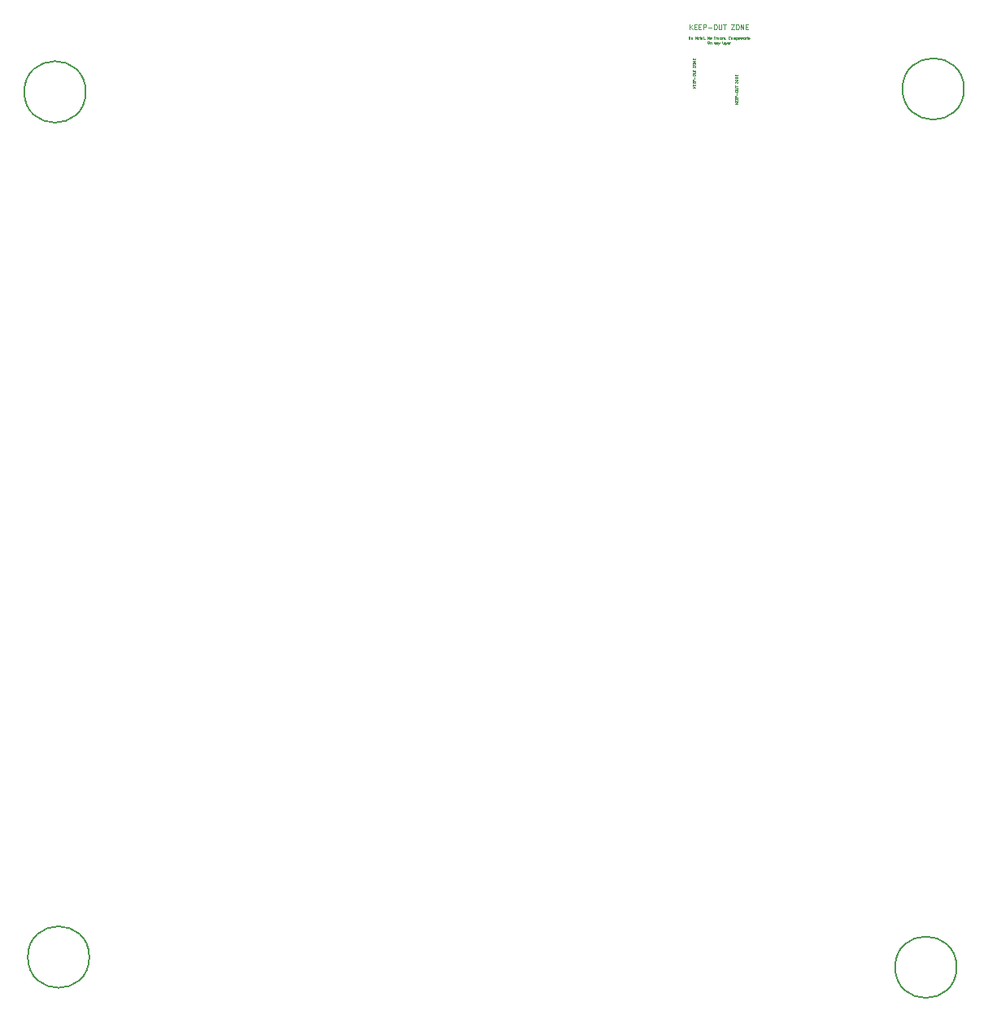
<source format=gbr>
G04 #@! TF.GenerationSoftware,KiCad,Pcbnew,(5.1.4)-1*
G04 #@! TF.CreationDate,2020-12-23T09:12:06-05:00*
G04 #@! TF.ProjectId,CameraTriggerR3SMD,43616d65-7261-4547-9269-676765725233,rev?*
G04 #@! TF.SameCoordinates,Original*
G04 #@! TF.FileFunction,Other,Comment*
%FSLAX46Y46*%
G04 Gerber Fmt 4.6, Leading zero omitted, Abs format (unit mm)*
G04 Created by KiCad (PCBNEW (5.1.4)-1) date 2020-12-23 09:12:06*
%MOMM*%
%LPD*%
G04 APERTURE LIST*
%ADD10C,0.150000*%
%ADD11C,0.100000*%
%ADD12C,0.050000*%
G04 APERTURE END LIST*
D10*
X8610200Y-94112080D02*
G75*
G03X8610200Y-94112080I-3200000J0D01*
G01*
X8239360Y-3962400D02*
G75*
G03X8239360Y-3962400I-3200000J0D01*
G01*
X99679360Y-3652520D02*
G75*
G03X99679360Y-3652520I-3200000J0D01*
G01*
X98912280Y-95168720D02*
G75*
G03X98912280Y-95168720I-3200000J0D01*
G01*
D11*
X71122125Y2557689D02*
X71122125Y3057689D01*
X71407840Y2557689D02*
X71193554Y2843403D01*
X71407840Y3057689D02*
X71122125Y2771975D01*
X71622125Y2819594D02*
X71788792Y2819594D01*
X71860220Y2557689D02*
X71622125Y2557689D01*
X71622125Y3057689D01*
X71860220Y3057689D01*
X72074506Y2819594D02*
X72241173Y2819594D01*
X72312601Y2557689D02*
X72074506Y2557689D01*
X72074506Y3057689D01*
X72312601Y3057689D01*
X72526887Y2557689D02*
X72526887Y3057689D01*
X72717363Y3057689D01*
X72764982Y3033880D01*
X72788792Y3010070D01*
X72812601Y2962451D01*
X72812601Y2891022D01*
X72788792Y2843403D01*
X72764982Y2819594D01*
X72717363Y2795784D01*
X72526887Y2795784D01*
X73026887Y2748165D02*
X73407840Y2748165D01*
X73741173Y3057689D02*
X73836411Y3057689D01*
X73884030Y3033880D01*
X73931649Y2986260D01*
X73955459Y2891022D01*
X73955459Y2724356D01*
X73931649Y2629118D01*
X73884030Y2581499D01*
X73836411Y2557689D01*
X73741173Y2557689D01*
X73693554Y2581499D01*
X73645935Y2629118D01*
X73622125Y2724356D01*
X73622125Y2891022D01*
X73645935Y2986260D01*
X73693554Y3033880D01*
X73741173Y3057689D01*
X74169744Y3057689D02*
X74169744Y2652927D01*
X74193554Y2605308D01*
X74217363Y2581499D01*
X74264982Y2557689D01*
X74360220Y2557689D01*
X74407840Y2581499D01*
X74431649Y2605308D01*
X74455459Y2652927D01*
X74455459Y3057689D01*
X74622125Y3057689D02*
X74907840Y3057689D01*
X74764982Y2557689D02*
X74764982Y3057689D01*
X75407840Y3057689D02*
X75741173Y3057689D01*
X75407840Y2557689D01*
X75741173Y2557689D01*
X76026887Y3057689D02*
X76122125Y3057689D01*
X76169744Y3033880D01*
X76217363Y2986260D01*
X76241173Y2891022D01*
X76241173Y2724356D01*
X76217363Y2629118D01*
X76169744Y2581499D01*
X76122125Y2557689D01*
X76026887Y2557689D01*
X75979268Y2581499D01*
X75931649Y2629118D01*
X75907840Y2724356D01*
X75907840Y2891022D01*
X75931649Y2986260D01*
X75979268Y3033880D01*
X76026887Y3057689D01*
X76455459Y2557689D02*
X76455459Y3057689D01*
X76741173Y2557689D01*
X76741173Y3057689D01*
X76979268Y2819594D02*
X77145935Y2819594D01*
X77217363Y2557689D02*
X76979268Y2557689D01*
X76979268Y3057689D01*
X77217363Y3057689D01*
D12*
X71695935Y-3533977D02*
X71445935Y-3533977D01*
X71695935Y-3391120D02*
X71553078Y-3498262D01*
X71445935Y-3391120D02*
X71588792Y-3533977D01*
X71564982Y-3283977D02*
X71564982Y-3200643D01*
X71695935Y-3164929D02*
X71695935Y-3283977D01*
X71445935Y-3283977D01*
X71445935Y-3164929D01*
X71564982Y-3057786D02*
X71564982Y-2974453D01*
X71695935Y-2938739D02*
X71695935Y-3057786D01*
X71445935Y-3057786D01*
X71445935Y-2938739D01*
X71695935Y-2831596D02*
X71445935Y-2831596D01*
X71445935Y-2736358D01*
X71457840Y-2712548D01*
X71469744Y-2700643D01*
X71493554Y-2688739D01*
X71529268Y-2688739D01*
X71553078Y-2700643D01*
X71564982Y-2712548D01*
X71576887Y-2736358D01*
X71576887Y-2831596D01*
X71600697Y-2581596D02*
X71600697Y-2391120D01*
X71445935Y-2224453D02*
X71445935Y-2176834D01*
X71457840Y-2153024D01*
X71481649Y-2129215D01*
X71529268Y-2117310D01*
X71612601Y-2117310D01*
X71660220Y-2129215D01*
X71684030Y-2153024D01*
X71695935Y-2176834D01*
X71695935Y-2224453D01*
X71684030Y-2248262D01*
X71660220Y-2272072D01*
X71612601Y-2283977D01*
X71529268Y-2283977D01*
X71481649Y-2272072D01*
X71457840Y-2248262D01*
X71445935Y-2224453D01*
X71445935Y-2010167D02*
X71648316Y-2010167D01*
X71672125Y-1998262D01*
X71684030Y-1986358D01*
X71695935Y-1962548D01*
X71695935Y-1914929D01*
X71684030Y-1891120D01*
X71672125Y-1879215D01*
X71648316Y-1867310D01*
X71445935Y-1867310D01*
X71445935Y-1783977D02*
X71445935Y-1641120D01*
X71695935Y-1712548D02*
X71445935Y-1712548D01*
X71445935Y-1391120D02*
X71445935Y-1224453D01*
X71695935Y-1391120D01*
X71695935Y-1224453D01*
X71445935Y-1081596D02*
X71445935Y-1033977D01*
X71457840Y-1010167D01*
X71481649Y-986358D01*
X71529268Y-974453D01*
X71612601Y-974453D01*
X71660220Y-986358D01*
X71684030Y-1010167D01*
X71695935Y-1033977D01*
X71695935Y-1081596D01*
X71684030Y-1105405D01*
X71660220Y-1129215D01*
X71612601Y-1141120D01*
X71529268Y-1141120D01*
X71481649Y-1129215D01*
X71457840Y-1105405D01*
X71445935Y-1081596D01*
X71695935Y-867310D02*
X71445935Y-867310D01*
X71695935Y-724453D01*
X71445935Y-724453D01*
X71564982Y-605405D02*
X71564982Y-522072D01*
X71695935Y-486358D02*
X71695935Y-605405D01*
X71445935Y-605405D01*
X71445935Y-486358D01*
X76095935Y-5208977D02*
X75845935Y-5208977D01*
X76095935Y-5066120D02*
X75953078Y-5173262D01*
X75845935Y-5066120D02*
X75988792Y-5208977D01*
X75964982Y-4958977D02*
X75964982Y-4875643D01*
X76095935Y-4839929D02*
X76095935Y-4958977D01*
X75845935Y-4958977D01*
X75845935Y-4839929D01*
X75964982Y-4732786D02*
X75964982Y-4649453D01*
X76095935Y-4613739D02*
X76095935Y-4732786D01*
X75845935Y-4732786D01*
X75845935Y-4613739D01*
X76095935Y-4506596D02*
X75845935Y-4506596D01*
X75845935Y-4411358D01*
X75857840Y-4387548D01*
X75869744Y-4375643D01*
X75893554Y-4363739D01*
X75929268Y-4363739D01*
X75953078Y-4375643D01*
X75964982Y-4387548D01*
X75976887Y-4411358D01*
X75976887Y-4506596D01*
X76000697Y-4256596D02*
X76000697Y-4066120D01*
X75845935Y-3899453D02*
X75845935Y-3851834D01*
X75857840Y-3828024D01*
X75881649Y-3804215D01*
X75929268Y-3792310D01*
X76012601Y-3792310D01*
X76060220Y-3804215D01*
X76084030Y-3828024D01*
X76095935Y-3851834D01*
X76095935Y-3899453D01*
X76084030Y-3923262D01*
X76060220Y-3947072D01*
X76012601Y-3958977D01*
X75929268Y-3958977D01*
X75881649Y-3947072D01*
X75857840Y-3923262D01*
X75845935Y-3899453D01*
X75845935Y-3685167D02*
X76048316Y-3685167D01*
X76072125Y-3673262D01*
X76084030Y-3661358D01*
X76095935Y-3637548D01*
X76095935Y-3589929D01*
X76084030Y-3566120D01*
X76072125Y-3554215D01*
X76048316Y-3542310D01*
X75845935Y-3542310D01*
X75845935Y-3458977D02*
X75845935Y-3316120D01*
X76095935Y-3387548D02*
X75845935Y-3387548D01*
X75845935Y-3066120D02*
X75845935Y-2899453D01*
X76095935Y-3066120D01*
X76095935Y-2899453D01*
X75845935Y-2756596D02*
X75845935Y-2708977D01*
X75857840Y-2685167D01*
X75881649Y-2661358D01*
X75929268Y-2649453D01*
X76012601Y-2649453D01*
X76060220Y-2661358D01*
X76084030Y-2685167D01*
X76095935Y-2708977D01*
X76095935Y-2756596D01*
X76084030Y-2780405D01*
X76060220Y-2804215D01*
X76012601Y-2816120D01*
X75929268Y-2816120D01*
X75881649Y-2804215D01*
X75857840Y-2780405D01*
X75845935Y-2756596D01*
X76095935Y-2542310D02*
X75845935Y-2542310D01*
X76095935Y-2399453D01*
X75845935Y-2399453D01*
X75964982Y-2280405D02*
X75964982Y-2197072D01*
X76095935Y-2161358D02*
X76095935Y-2280405D01*
X75845935Y-2280405D01*
X75845935Y-2161358D01*
X70991173Y1570784D02*
X70991173Y1820784D01*
X71134030Y1570784D01*
X71134030Y1820784D01*
X71288792Y1570784D02*
X71264982Y1582689D01*
X71253078Y1594594D01*
X71241173Y1618403D01*
X71241173Y1689832D01*
X71253078Y1713641D01*
X71264982Y1725546D01*
X71288792Y1737451D01*
X71324506Y1737451D01*
X71348316Y1725546D01*
X71360220Y1713641D01*
X71372125Y1689832D01*
X71372125Y1618403D01*
X71360220Y1594594D01*
X71348316Y1582689D01*
X71324506Y1570784D01*
X71288792Y1570784D01*
X71669744Y1570784D02*
X71669744Y1820784D01*
X71753078Y1642213D01*
X71836411Y1820784D01*
X71836411Y1570784D01*
X72050697Y1582689D02*
X72026887Y1570784D01*
X71979268Y1570784D01*
X71955459Y1582689D01*
X71943554Y1606499D01*
X71943554Y1701737D01*
X71955459Y1725546D01*
X71979268Y1737451D01*
X72026887Y1737451D01*
X72050697Y1725546D01*
X72062601Y1701737D01*
X72062601Y1677927D01*
X71943554Y1654118D01*
X72134030Y1737451D02*
X72229268Y1737451D01*
X72169744Y1820784D02*
X72169744Y1606499D01*
X72181649Y1582689D01*
X72205459Y1570784D01*
X72229268Y1570784D01*
X72419744Y1570784D02*
X72419744Y1701737D01*
X72407840Y1725546D01*
X72384030Y1737451D01*
X72336411Y1737451D01*
X72312601Y1725546D01*
X72419744Y1582689D02*
X72395935Y1570784D01*
X72336411Y1570784D01*
X72312601Y1582689D01*
X72300697Y1606499D01*
X72300697Y1630308D01*
X72312601Y1654118D01*
X72336411Y1666022D01*
X72395935Y1666022D01*
X72419744Y1677927D01*
X72574506Y1570784D02*
X72550697Y1582689D01*
X72538792Y1606499D01*
X72538792Y1820784D01*
X72681649Y1582689D02*
X72681649Y1570784D01*
X72669744Y1546975D01*
X72657840Y1535070D01*
X72979268Y1570784D02*
X72979268Y1820784D01*
X73122125Y1570784D01*
X73122125Y1820784D01*
X73276887Y1570784D02*
X73253078Y1582689D01*
X73241173Y1594594D01*
X73229268Y1618403D01*
X73229268Y1689832D01*
X73241173Y1713641D01*
X73253078Y1725546D01*
X73276887Y1737451D01*
X73312601Y1737451D01*
X73336411Y1725546D01*
X73348316Y1713641D01*
X73360220Y1689832D01*
X73360220Y1618403D01*
X73348316Y1594594D01*
X73336411Y1582689D01*
X73312601Y1570784D01*
X73276887Y1570784D01*
X73622125Y1820784D02*
X73764982Y1820784D01*
X73693554Y1570784D02*
X73693554Y1820784D01*
X73848316Y1570784D02*
X73848316Y1737451D01*
X73848316Y1689832D02*
X73860220Y1713641D01*
X73872125Y1725546D01*
X73895935Y1737451D01*
X73919744Y1737451D01*
X74110220Y1570784D02*
X74110220Y1701737D01*
X74098316Y1725546D01*
X74074506Y1737451D01*
X74026887Y1737451D01*
X74003078Y1725546D01*
X74110220Y1582689D02*
X74086411Y1570784D01*
X74026887Y1570784D01*
X74003078Y1582689D01*
X73991173Y1606499D01*
X73991173Y1630308D01*
X74003078Y1654118D01*
X74026887Y1666022D01*
X74086411Y1666022D01*
X74110220Y1677927D01*
X74336411Y1582689D02*
X74312601Y1570784D01*
X74264982Y1570784D01*
X74241173Y1582689D01*
X74229268Y1594594D01*
X74217363Y1618403D01*
X74217363Y1689832D01*
X74229268Y1713641D01*
X74241173Y1725546D01*
X74264982Y1737451D01*
X74312601Y1737451D01*
X74336411Y1725546D01*
X74538792Y1582689D02*
X74514982Y1570784D01*
X74467363Y1570784D01*
X74443554Y1582689D01*
X74431649Y1606499D01*
X74431649Y1701737D01*
X74443554Y1725546D01*
X74467363Y1737451D01*
X74514982Y1737451D01*
X74538792Y1725546D01*
X74550697Y1701737D01*
X74550697Y1677927D01*
X74431649Y1654118D01*
X74645935Y1582689D02*
X74669744Y1570784D01*
X74717363Y1570784D01*
X74741173Y1582689D01*
X74753078Y1606499D01*
X74753078Y1618403D01*
X74741173Y1642213D01*
X74717363Y1654118D01*
X74681649Y1654118D01*
X74657840Y1666022D01*
X74645935Y1689832D01*
X74645935Y1701737D01*
X74657840Y1725546D01*
X74681649Y1737451D01*
X74717363Y1737451D01*
X74741173Y1725546D01*
X74872125Y1582689D02*
X74872125Y1570784D01*
X74860220Y1546975D01*
X74848316Y1535070D01*
X75312601Y1594594D02*
X75300697Y1582689D01*
X75264982Y1570784D01*
X75241173Y1570784D01*
X75205459Y1582689D01*
X75181649Y1606499D01*
X75169744Y1630308D01*
X75157840Y1677927D01*
X75157840Y1713641D01*
X75169744Y1761260D01*
X75181649Y1785070D01*
X75205459Y1808880D01*
X75241173Y1820784D01*
X75264982Y1820784D01*
X75300697Y1808880D01*
X75312601Y1796975D01*
X75455459Y1570784D02*
X75431649Y1582689D01*
X75419744Y1594594D01*
X75407840Y1618403D01*
X75407840Y1689832D01*
X75419744Y1713641D01*
X75431649Y1725546D01*
X75455459Y1737451D01*
X75491173Y1737451D01*
X75514982Y1725546D01*
X75526887Y1713641D01*
X75538792Y1689832D01*
X75538792Y1618403D01*
X75526887Y1594594D01*
X75514982Y1582689D01*
X75491173Y1570784D01*
X75455459Y1570784D01*
X75645935Y1570784D02*
X75645935Y1737451D01*
X75645935Y1713641D02*
X75657840Y1725546D01*
X75681649Y1737451D01*
X75717363Y1737451D01*
X75741173Y1725546D01*
X75753078Y1701737D01*
X75753078Y1570784D01*
X75753078Y1701737D02*
X75764982Y1725546D01*
X75788792Y1737451D01*
X75824506Y1737451D01*
X75848316Y1725546D01*
X75860220Y1701737D01*
X75860220Y1570784D01*
X75979268Y1737451D02*
X75979268Y1487451D01*
X75979268Y1725546D02*
X76003078Y1737451D01*
X76050697Y1737451D01*
X76074506Y1725546D01*
X76086411Y1713641D01*
X76098316Y1689832D01*
X76098316Y1618403D01*
X76086411Y1594594D01*
X76074506Y1582689D01*
X76050697Y1570784D01*
X76003078Y1570784D01*
X75979268Y1582689D01*
X76241173Y1570784D02*
X76217363Y1582689D01*
X76205459Y1594594D01*
X76193554Y1618403D01*
X76193554Y1689832D01*
X76205459Y1713641D01*
X76217363Y1725546D01*
X76241173Y1737451D01*
X76276887Y1737451D01*
X76300697Y1725546D01*
X76312601Y1713641D01*
X76324506Y1689832D01*
X76324506Y1618403D01*
X76312601Y1594594D01*
X76300697Y1582689D01*
X76276887Y1570784D01*
X76241173Y1570784D01*
X76431649Y1737451D02*
X76431649Y1570784D01*
X76431649Y1713641D02*
X76443554Y1725546D01*
X76467363Y1737451D01*
X76503078Y1737451D01*
X76526887Y1725546D01*
X76538792Y1701737D01*
X76538792Y1570784D01*
X76753078Y1582689D02*
X76729268Y1570784D01*
X76681649Y1570784D01*
X76657840Y1582689D01*
X76645935Y1606499D01*
X76645935Y1701737D01*
X76657840Y1725546D01*
X76681649Y1737451D01*
X76729268Y1737451D01*
X76753078Y1725546D01*
X76764982Y1701737D01*
X76764982Y1677927D01*
X76645935Y1654118D01*
X76872125Y1737451D02*
X76872125Y1570784D01*
X76872125Y1713641D02*
X76884030Y1725546D01*
X76907840Y1737451D01*
X76943554Y1737451D01*
X76967363Y1725546D01*
X76979268Y1701737D01*
X76979268Y1570784D01*
X77062601Y1737451D02*
X77157840Y1737451D01*
X77098316Y1820784D02*
X77098316Y1606499D01*
X77110220Y1582689D01*
X77134030Y1570784D01*
X77157840Y1570784D01*
X77229268Y1582689D02*
X77253078Y1570784D01*
X77300697Y1570784D01*
X77324506Y1582689D01*
X77336411Y1606499D01*
X77336411Y1618403D01*
X77324506Y1642213D01*
X77300697Y1654118D01*
X77264982Y1654118D01*
X77241173Y1666022D01*
X77229268Y1689832D01*
X77229268Y1701737D01*
X77241173Y1725546D01*
X77264982Y1737451D01*
X77300697Y1737451D01*
X77324506Y1725546D01*
X73050697Y1320784D02*
X73098316Y1320784D01*
X73122125Y1308880D01*
X73145935Y1285070D01*
X73157840Y1237451D01*
X73157840Y1154118D01*
X73145935Y1106499D01*
X73122125Y1082689D01*
X73098316Y1070784D01*
X73050697Y1070784D01*
X73026887Y1082689D01*
X73003078Y1106499D01*
X72991173Y1154118D01*
X72991173Y1237451D01*
X73003078Y1285070D01*
X73026887Y1308880D01*
X73050697Y1320784D01*
X73264982Y1237451D02*
X73264982Y1070784D01*
X73264982Y1213641D02*
X73276887Y1225546D01*
X73300697Y1237451D01*
X73336411Y1237451D01*
X73360220Y1225546D01*
X73372125Y1201737D01*
X73372125Y1070784D01*
X73788792Y1070784D02*
X73788792Y1201737D01*
X73776887Y1225546D01*
X73753078Y1237451D01*
X73705459Y1237451D01*
X73681649Y1225546D01*
X73788792Y1082689D02*
X73764982Y1070784D01*
X73705459Y1070784D01*
X73681649Y1082689D01*
X73669744Y1106499D01*
X73669744Y1130308D01*
X73681649Y1154118D01*
X73705459Y1166022D01*
X73764982Y1166022D01*
X73788792Y1177927D01*
X73907840Y1237451D02*
X73907840Y1070784D01*
X73907840Y1213641D02*
X73919744Y1225546D01*
X73943554Y1237451D01*
X73979268Y1237451D01*
X74003078Y1225546D01*
X74014982Y1201737D01*
X74014982Y1070784D01*
X74110220Y1237451D02*
X74169744Y1070784D01*
X74229268Y1237451D02*
X74169744Y1070784D01*
X74145935Y1011260D01*
X74134030Y999356D01*
X74110220Y987451D01*
X74550697Y1070784D02*
X74526887Y1082689D01*
X74514982Y1106499D01*
X74514982Y1320784D01*
X74753078Y1070784D02*
X74753078Y1201737D01*
X74741173Y1225546D01*
X74717363Y1237451D01*
X74669744Y1237451D01*
X74645935Y1225546D01*
X74753078Y1082689D02*
X74729268Y1070784D01*
X74669744Y1070784D01*
X74645935Y1082689D01*
X74634030Y1106499D01*
X74634030Y1130308D01*
X74645935Y1154118D01*
X74669744Y1166022D01*
X74729268Y1166022D01*
X74753078Y1177927D01*
X74848316Y1237451D02*
X74907840Y1070784D01*
X74967363Y1237451D02*
X74907840Y1070784D01*
X74884030Y1011260D01*
X74872125Y999356D01*
X74848316Y987451D01*
X75157840Y1082689D02*
X75134030Y1070784D01*
X75086411Y1070784D01*
X75062601Y1082689D01*
X75050697Y1106499D01*
X75050697Y1201737D01*
X75062601Y1225546D01*
X75086411Y1237451D01*
X75134030Y1237451D01*
X75157840Y1225546D01*
X75169744Y1201737D01*
X75169744Y1177927D01*
X75050697Y1154118D01*
X75276887Y1070784D02*
X75276887Y1237451D01*
X75276887Y1189832D02*
X75288792Y1213641D01*
X75300697Y1225546D01*
X75324506Y1237451D01*
X75348316Y1237451D01*
M02*

</source>
